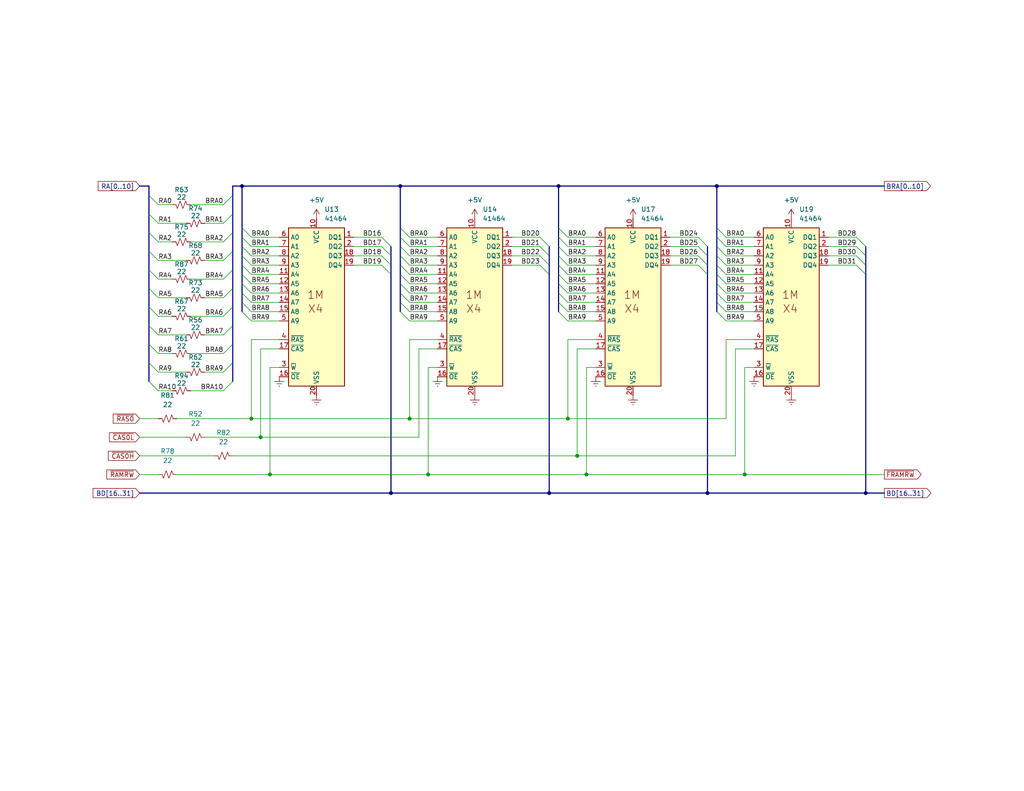
<source format=kicad_sch>
(kicad_sch (version 20250114) (generator "eeschema") (generator_version "9.0")
  (paper "USLetter")
  (title_block (title "Macintosh Classic II Revision B") (date "2025-05-31") (company "Apple Computer") (comment 1 "drawn by Bradley Bell"))
  (lib_symbols
    (symbol "Device:R_Small_US" (pin_numbers (hide yes)) (pin_names (offset 0.254) (hide yes))
      (property "Reference" "R" (at 0.762 0.508 0))
      (property "Value" "R_Small_US" (at 0.762 -1.016 0))
      (symbol "R_Small_US_1_1"
        (polyline (pts (xy 0 1.524) (xy 1.016 1.143) (xy 0 0.762) (xy -1.016 0.381) (xy 0 0)))
        (polyline (pts (xy 0 0) (xy 1.016 -0.381) (xy 0 -0.762) (xy -1.016 -1.143) (xy 0 -1.524)))
        (pin passive line (at 0 2.54 270) (length 1.016) (name "~") (number "1"))
        (pin passive line (at 0 -2.54 90) (length 1.016) (name "~") (number "2"))
      )
    )
    (symbol "MyRam:441000"
      (property "Reference" "U?" (at 1.27 26.924 0))
      (property "Value" "41464" (at 1.27 24.384 0))
      (symbol "441000_0_1"
        (rectangle (start -7.62 22.86) (end 7.62 -20.32) (stroke (width 0.254)) (fill (type background)))
      )
      (symbol "441000_1_0"
        (pin input line (at -10.16 -7.62 0) (length 2.54) (name "~{RAS}") (number "4"))
        (pin input line (at -10.16 -10.16 0) (length 2.54) (name "~{CAS}") (number "17"))
      )
      (symbol "441000_1_1"
        (text "1M" (at -0.254 5.842 0) (effects (font (size 2.1336 2.1336)) (justify top)))
        (text "X4" (at -0.254 2.032 0) (effects (font (size 2.1336 2.1336)) (justify top)))
        (pin input line (at -10.16 20.32 0) (length 2.54) (name "A0") (number "6"))
        (pin input line (at -10.16 17.78 0) (length 2.54) (name "A1") (number "7"))
        (pin input line (at -10.16 15.24 0) (length 2.54) (name "A2") (number "8"))
        (pin input line (at -10.16 12.7 0) (length 2.54) (name "A3") (number "9"))
        (pin input line (at -10.16 10.16 0) (length 2.54) (name "A4") (number "11"))
        (pin input line (at -10.16 7.62 0) (length 2.54) (name "A5") (number "12"))
        (pin input line (at -10.16 5.08 0) (length 2.54) (name "A6") (number "13"))
        (pin input line (at -10.16 2.54 0) (length 2.54) (name "A7") (number "14"))
        (pin input line (at -10.16 0 0) (length 2.54) (name "A8") (number "15"))
        (pin input line (at -10.16 -2.54 0) (length 2.54) (name "A9") (number "5"))
        (pin input line (at -10.16 -15.24 0) (length 2.54) (name "~{W}") (number "3"))
        (pin input line (at -10.16 -17.78 0) (length 2.54) (name "~{OE}") (number "16"))
        (pin power_in line (at 0 25.4 270) (length 2.54) (name "VCC") (number "10"))
        (pin power_in line (at 0 -22.86 90) (length 2.54) (name "VSS") (number "20"))
        (pin bidirectional line (at 10.16 20.32 180) (length 2.54) (name "DQ1") (number "1"))
        (pin bidirectional line (at 10.16 17.78 180) (length 2.54) (name "DQ2") (number "2"))
        (pin bidirectional line (at 10.16 15.24 180) (length 2.54) (name "DQ3") (number "18"))
        (pin bidirectional line (at 10.16 12.7 180) (length 2.54) (name "DQ4") (number "19"))
      )
    )
    (symbol "power:+5V" (power) (pin_numbers (hide yes)) (pin_names (offset 0) (hide yes))
      (property "Value" "+5V" (at 0 3.556 0))
      (symbol "+5V_0_1"
        (polyline (pts (xy -0.762 1.27) (xy 0 2.54)))
        (polyline (pts (xy 0 2.54) (xy 0.762 1.27)))
        (polyline (pts (xy 0 0) (xy 0 2.54)))
      )
      (symbol "+5V_1_1"
        (pin power_in line (at 0 0 90) (length 0) (name "~") (number "1"))
      )
    )
    (symbol "power:GNDREF" (power) (pin_numbers (hide yes)) (pin_names (offset 0) (hide yes))
      (property "Value" "GNDREF" (at 0 -3.81 0))
      (symbol "GNDREF_0_1"
        (polyline (pts (xy -0.635 -1.905) (xy 0.635 -1.905)))
        (polyline (pts (xy -0.127 -2.54) (xy 0.127 -2.54)))
        (polyline (pts (xy 0 -1.27) (xy 0 0)))
        (polyline (pts (xy 1.27 -1.27) (xy -1.27 -1.27)))
      )
      (symbol "GNDREF_1_1"
        (pin power_in line (at 0 0 270) (length 0) (name "~") (number "1"))
      )
    )
  )
  (junction (at 73.66 129.54))
  (junction (at 149.86 134.62))
  (junction (at 154.94 114.3))
  (junction (at 236.22 134.62))
  (junction (at 152.4 50.8))
  (junction (at 68.58 114.3))
  (junction (at 71.12 119.38))
  (junction (at 193.04 134.62))
  (junction (at 160.02 129.54))
  (junction (at 203.2 129.54))
  (junction (at 66.04 50.8))
  (junction (at 111.76 114.3))
  (junction (at 109.22 50.8))
  (junction (at 195.58 50.8))
  (junction (at 157.48 124.46))
  (junction (at 106.68 134.62))
  (junction (at 116.84 129.54))
  (bus_entry (at 104.14 72.39) (size 2.54 2.54))
  (bus_entry (at 195.58 64.77) (size 2.54 2.54))
  (bus_entry (at 109.22 82.55) (size 2.54 2.54))
  (bus_entry (at 233.68 72.39) (size 2.54 2.54))
  (bus_entry (at 109.22 80.01) (size 2.54 2.54))
  (bus_entry (at 109.22 64.77) (size 2.54 2.54))
  (bus_entry (at 40.64 93.98) (size 2.54 2.54))
  (bus_entry (at 66.04 85.09) (size 2.54 2.54))
  (bus_entry (at 40.64 104.14) (size 2.54 2.54))
  (bus_entry (at 40.64 78.74) (size 2.54 2.54))
  (bus_entry (at 60.96 76.2) (size 2.54 -2.54))
  (bus_entry (at 152.4 80.01) (size 2.54 2.54))
  (bus_entry (at 147.32 67.31) (size 2.54 2.54))
  (bus_entry (at 66.04 69.85) (size 2.54 2.54))
  (bus_entry (at 60.96 81.28) (size 2.54 -2.54))
  (bus_entry (at 60.96 86.36) (size 2.54 -2.54))
  (bus_entry (at 195.58 67.31) (size 2.54 2.54))
  (bus_entry (at 152.4 82.55) (size 2.54 2.54))
  (bus_entry (at 60.96 60.96) (size 2.54 -2.54))
  (bus_entry (at 66.04 77.47) (size 2.54 2.54))
  (bus_entry (at 40.64 73.66) (size 2.54 2.54))
  (bus_entry (at 152.4 74.93) (size 2.54 2.54))
  (bus_entry (at 40.64 83.82) (size 2.54 2.54))
  (bus_entry (at 66.04 74.93) (size 2.54 2.54))
  (bus_entry (at 60.96 55.88) (size 2.54 -2.54))
  (bus_entry (at 152.4 67.31) (size 2.54 2.54))
  (bus_entry (at 195.58 62.23) (size 2.54 2.54))
  (bus_entry (at 195.58 72.39) (size 2.54 2.54))
  (bus_entry (at 195.58 74.93) (size 2.54 2.54))
  (bus_entry (at 40.64 58.42) (size 2.54 2.54))
  (bus_entry (at 66.04 72.39) (size 2.54 2.54))
  (bus_entry (at 40.64 53.34) (size 2.54 2.54))
  (bus_entry (at 66.04 80.01) (size 2.54 2.54))
  (bus_entry (at 109.22 72.39) (size 2.54 2.54))
  (bus_entry (at 104.14 64.77) (size 2.54 2.54))
  (bus_entry (at 147.32 64.77) (size 2.54 2.54))
  (bus_entry (at 109.22 62.23) (size 2.54 2.54))
  (bus_entry (at 190.5 67.31) (size 2.54 2.54))
  (bus_entry (at 40.64 88.9) (size 2.54 2.54))
  (bus_entry (at 152.4 85.09) (size 2.54 2.54))
  (bus_entry (at 60.96 66.04) (size 2.54 -2.54))
  (bus_entry (at 195.58 77.47) (size 2.54 2.54))
  (bus_entry (at 147.32 72.39) (size 2.54 2.54))
  (bus_entry (at 109.22 67.31) (size 2.54 2.54))
  (bus_entry (at 152.4 77.47) (size 2.54 2.54))
  (bus_entry (at 109.22 85.09) (size 2.54 2.54))
  (bus_entry (at 147.32 69.85) (size 2.54 2.54))
  (bus_entry (at 233.68 67.31) (size 2.54 2.54))
  (bus_entry (at 233.68 64.77) (size 2.54 2.54))
  (bus_entry (at 195.58 80.01) (size 2.54 2.54))
  (bus_entry (at 40.64 63.5) (size 2.54 2.54))
  (bus_entry (at 60.96 101.6) (size 2.54 -2.54))
  (bus_entry (at 60.96 91.44) (size 2.54 -2.54))
  (bus_entry (at 195.58 85.09) (size 2.54 2.54))
  (bus_entry (at 60.96 96.52) (size 2.54 -2.54))
  (bus_entry (at 109.22 77.47) (size 2.54 2.54))
  (bus_entry (at 195.58 82.55) (size 2.54 2.54))
  (bus_entry (at 109.22 69.85) (size 2.54 2.54))
  (bus_entry (at 104.14 67.31) (size 2.54 2.54))
  (bus_entry (at 152.4 72.39) (size 2.54 2.54))
  (bus_entry (at 233.68 69.85) (size 2.54 2.54))
  (bus_entry (at 40.64 68.58) (size 2.54 2.54))
  (bus_entry (at 152.4 62.23) (size 2.54 2.54))
  (bus_entry (at 190.5 69.85) (size 2.54 2.54))
  (bus_entry (at 190.5 72.39) (size 2.54 2.54))
  (bus_entry (at 190.5 64.77) (size 2.54 2.54))
  (bus_entry (at 66.04 62.23) (size 2.54 2.54))
  (bus_entry (at 195.58 69.85) (size 2.54 2.54))
  (bus_entry (at 60.96 106.68) (size 2.54 -2.54))
  (bus_entry (at 66.04 67.31) (size 2.54 2.54))
  (bus_entry (at 104.14 69.85) (size 2.54 2.54))
  (bus_entry (at 152.4 64.77) (size 2.54 2.54))
  (bus_entry (at 66.04 82.55) (size 2.54 2.54))
  (bus_entry (at 60.96 71.12) (size 2.54 -2.54))
  (bus_entry (at 66.04 64.77) (size 2.54 2.54))
  (bus_entry (at 109.22 74.93) (size 2.54 2.54))
  (bus_entry (at 40.64 99.06) (size 2.54 2.54))
  (bus_entry (at 152.4 69.85) (size 2.54 2.54))
  (wire (pts (xy 162.56 92.71) (xy 154.94 92.71)))
  (bus (pts (xy 149.86 134.62) (xy 193.04 134.62)))
  (bus (pts (xy 66.04 82.55) (xy 66.04 80.01)))
  (wire (pts (xy 60.96 76.2) (xy 52.07 76.2)))
  (wire (pts (xy 198.12 69.85) (xy 205.74 69.85)))
  (bus (pts (xy 63.5 63.5) (xy 63.5 58.42)))
  (wire (pts (xy 203.2 100.33) (xy 205.74 100.33)))
  (bus (pts (xy 193.04 74.93) (xy 193.04 134.62)))
  (wire (pts (xy 104.14 67.31) (xy 96.52 67.31)))
  (wire (pts (xy 116.84 100.33) (xy 119.38 100.33)))
  (bus (pts (xy 66.04 72.39) (xy 66.04 69.85)))
  (bus (pts (xy 193.04 69.85) (xy 193.04 67.31)))
  (wire (pts (xy 68.58 64.77) (xy 76.2 64.77)))
  (wire (pts (xy 43.18 81.28) (xy 50.8 81.28)))
  (wire (pts (xy 111.76 114.3) (xy 154.94 114.3)))
  (bus (pts (xy 195.58 62.23) (xy 195.58 50.8)))
  (wire (pts (xy 200.66 124.46) (xy 157.48 124.46)))
  (bus (pts (xy 40.64 78.74) (xy 40.64 73.66)))
  (wire (pts (xy 104.14 69.85) (xy 96.52 69.85)))
  (wire (pts (xy 198.12 114.3) (xy 154.94 114.3)))
  (wire (pts (xy 203.2 100.33) (xy 203.2 129.54)))
  (wire (pts (xy 154.94 77.47) (xy 162.56 77.47)))
  (wire (pts (xy 43.18 55.88) (xy 46.99 55.88)))
  (bus (pts (xy 195.58 74.93) (xy 195.58 72.39)))
  (bus (pts (xy 152.4 82.55) (xy 152.4 80.01)))
  (wire (pts (xy 198.12 72.39) (xy 205.74 72.39)))
  (bus (pts (xy 152.4 50.8) (xy 195.58 50.8)))
  (wire (pts (xy 114.3 95.25) (xy 114.3 119.38)))
  (wire (pts (xy 198.12 64.77) (xy 205.74 64.77)))
  (bus (pts (xy 40.64 104.14) (xy 40.64 99.06)))
  (bus (pts (xy 40.64 63.5) (xy 40.64 58.42)))
  (bus (pts (xy 63.5 53.34) (xy 63.5 50.8)))
  (wire (pts (xy 111.76 92.71) (xy 111.76 114.3)))
  (wire (pts (xy 205.74 92.71) (xy 198.12 92.71)))
  (wire (pts (xy 198.12 92.71) (xy 198.12 114.3)))
  (bus (pts (xy 106.68 74.93) (xy 106.68 134.62)))
  (wire (pts (xy 111.76 69.85) (xy 119.38 69.85)))
  (bus (pts (xy 109.22 72.39) (xy 109.22 69.85)))
  (wire (pts (xy 154.94 64.77) (xy 162.56 64.77)))
  (bus (pts (xy 40.64 99.06) (xy 40.64 93.98)))
  (wire (pts (xy 38.1 114.3) (xy 43.18 114.3)))
  (bus (pts (xy 66.04 74.93) (xy 66.04 72.39)))
  (bus (pts (xy 40.64 68.58) (xy 40.64 63.5)))
  (bus (pts (xy 66.04 80.01) (xy 66.04 77.47)))
  (wire (pts (xy 203.2 129.54) (xy 241.3 129.54)))
  (wire (pts (xy 38.1 119.38) (xy 50.8 119.38)))
  (bus (pts (xy 63.5 78.74) (xy 63.5 73.66)))
  (bus (pts (xy 40.64 58.42) (xy 40.64 53.34)))
  (wire (pts (xy 154.94 67.31) (xy 162.56 67.31)))
  (bus (pts (xy 66.04 77.47) (xy 66.04 74.93)))
  (wire (pts (xy 68.58 82.55) (xy 76.2 82.55)))
  (wire (pts (xy 154.94 72.39) (xy 162.56 72.39)))
  (bus (pts (xy 63.5 50.8) (xy 66.04 50.8)))
  (bus (pts (xy 152.4 77.47) (xy 152.4 74.93)))
  (wire (pts (xy 43.18 60.96) (xy 50.8 60.96)))
  (bus (pts (xy 195.58 77.47) (xy 195.58 74.93)))
  (wire (pts (xy 190.5 69.85) (xy 182.88 69.85)))
  (bus (pts (xy 40.64 73.66) (xy 40.64 68.58)))
  (bus (pts (xy 66.04 67.31) (xy 66.04 64.77)))
  (wire (pts (xy 190.5 72.39) (xy 182.88 72.39)))
  (wire (pts (xy 43.18 91.44) (xy 50.8 91.44)))
  (wire (pts (xy 198.12 74.93) (xy 205.74 74.93)))
  (wire (pts (xy 116.84 129.54) (xy 160.02 129.54)))
  (wire (pts (xy 157.48 95.25) (xy 162.56 95.25)))
  (wire (pts (xy 60.96 81.28) (xy 55.88 81.28)))
  (wire (pts (xy 68.58 69.85) (xy 76.2 69.85)))
  (wire (pts (xy 111.76 92.71) (xy 119.38 92.71)))
  (wire (pts (xy 190.5 64.77) (xy 182.88 64.77)))
  (bus (pts (xy 63.5 68.58) (xy 63.5 63.5)))
  (wire (pts (xy 147.32 67.31) (xy 139.7 67.31)))
  (bus (pts (xy 109.22 82.55) (xy 109.22 80.01)))
  (wire (pts (xy 190.5 67.31) (xy 182.88 67.31)))
  (wire (pts (xy 116.84 100.33) (xy 116.84 129.54)))
  (wire (pts (xy 73.66 100.33) (xy 73.66 129.54)))
  (bus (pts (xy 109.22 77.47) (xy 109.22 74.93)))
  (wire (pts (xy 55.88 119.38) (xy 71.12 119.38)))
  (bus (pts (xy 38.1 134.62) (xy 106.68 134.62)))
  (bus (pts (xy 109.22 74.93) (xy 109.22 72.39)))
  (bus (pts (xy 106.68 74.93) (xy 106.68 72.39)))
  (wire (pts (xy 60.96 55.88) (xy 52.07 55.88)))
  (wire (pts (xy 154.94 92.71) (xy 154.94 114.3)))
  (wire (pts (xy 198.12 77.47) (xy 205.74 77.47)))
  (wire (pts (xy 60.96 60.96) (xy 55.88 60.96)))
  (wire (pts (xy 114.3 95.25) (xy 119.38 95.25)))
  (wire (pts (xy 43.18 86.36) (xy 46.99 86.36)))
  (wire (pts (xy 68.58 77.47) (xy 76.2 77.47)))
  (wire (pts (xy 68.58 80.01) (xy 76.2 80.01)))
  (wire (pts (xy 71.12 95.25) (xy 76.2 95.25)))
  (wire (pts (xy 198.12 87.63) (xy 205.74 87.63)))
  (bus (pts (xy 195.58 82.55) (xy 195.58 80.01)))
  (bus (pts (xy 195.58 50.8) (xy 241.3 50.8)))
  (wire (pts (xy 226.06 72.39) (xy 233.68 72.39)))
  (bus (pts (xy 152.4 67.31) (xy 152.4 64.77)))
  (wire (pts (xy 63.5 124.46) (xy 157.48 124.46)))
  (bus (pts (xy 66.04 64.77) (xy 66.04 62.23)))
  (bus (pts (xy 152.4 72.39) (xy 152.4 69.85)))
  (wire (pts (xy 111.76 80.01) (xy 119.38 80.01)))
  (wire (pts (xy 43.18 66.04) (xy 46.99 66.04)))
  (wire (pts (xy 73.66 129.54) (xy 116.84 129.54)))
  (bus (pts (xy 109.22 69.85) (xy 109.22 67.31)))
  (wire (pts (xy 198.12 67.31) (xy 205.74 67.31)))
  (bus (pts (xy 38.1 50.8) (xy 40.64 50.8)))
  (wire (pts (xy 38.1 129.54) (xy 43.18 129.54)))
  (bus (pts (xy 236.22 69.85) (xy 236.22 72.39)))
  (wire (pts (xy 60.96 96.52) (xy 52.07 96.52)))
  (bus (pts (xy 109.22 80.01) (xy 109.22 77.47)))
  (wire (pts (xy 160.02 100.33) (xy 160.02 129.54)))
  (bus (pts (xy 66.04 62.23) (xy 66.04 50.8)))
  (bus (pts (xy 63.5 88.9) (xy 63.5 83.82)))
  (bus (pts (xy 152.4 85.09) (xy 152.4 82.55)))
  (bus (pts (xy 109.22 67.31) (xy 109.22 64.77)))
  (wire (pts (xy 111.76 64.77) (xy 119.38 64.77)))
  (wire (pts (xy 68.58 67.31) (xy 76.2 67.31)))
  (bus (pts (xy 40.64 93.98) (xy 40.64 88.9)))
  (bus (pts (xy 149.86 72.39) (xy 149.86 69.85)))
  (wire (pts (xy 154.94 69.85) (xy 162.56 69.85)))
  (bus (pts (xy 149.86 74.93) (xy 149.86 134.62)))
  (wire (pts (xy 68.58 92.71) (xy 68.58 114.3)))
  (bus (pts (xy 149.86 69.85) (xy 149.86 67.31)))
  (wire (pts (xy 43.18 71.12) (xy 50.8 71.12)))
  (wire (pts (xy 111.76 67.31) (xy 119.38 67.31)))
  (bus (pts (xy 236.22 134.62) (xy 241.3 134.62)))
  (wire (pts (xy 68.58 72.39) (xy 76.2 72.39)))
  (wire (pts (xy 154.94 74.93) (xy 162.56 74.93)))
  (wire (pts (xy 111.76 82.55) (xy 119.38 82.55)))
  (wire (pts (xy 43.18 96.52) (xy 46.99 96.52)))
  (bus (pts (xy 195.58 67.31) (xy 195.58 64.77)))
  (wire (pts (xy 226.06 67.31) (xy 233.68 67.31)))
  (bus (pts (xy 152.4 62.23) (xy 152.4 50.8)))
  (bus (pts (xy 149.86 74.93) (xy 149.86 72.39)))
  (wire (pts (xy 154.94 85.09) (xy 162.56 85.09)))
  (wire (pts (xy 147.32 64.77) (xy 139.7 64.77)))
  (bus (pts (xy 152.4 80.01) (xy 152.4 77.47)))
  (wire (pts (xy 71.12 119.38) (xy 71.12 95.25)))
  (wire (pts (xy 200.66 95.25) (xy 200.66 124.46)))
  (wire (pts (xy 198.12 82.55) (xy 205.74 82.55)))
  (bus (pts (xy 63.5 104.14) (xy 63.5 99.06)))
  (wire (pts (xy 154.94 80.01) (xy 162.56 80.01)))
  (wire (pts (xy 60.96 106.68) (xy 52.07 106.68)))
  (wire (pts (xy 160.02 100.33) (xy 162.56 100.33)))
  (bus (pts (xy 193.04 74.93) (xy 193.04 72.39)))
  (wire (pts (xy 68.58 114.3) (xy 111.76 114.3)))
  (wire (pts (xy 157.48 95.25) (xy 157.48 124.46)))
  (bus (pts (xy 106.68 72.39) (xy 106.68 69.85)))
  (wire (pts (xy 111.76 85.09) (xy 119.38 85.09)))
  (wire (pts (xy 43.18 101.6) (xy 50.8 101.6)))
  (bus (pts (xy 236.22 74.93) (xy 236.22 134.62)))
  (bus (pts (xy 152.4 74.93) (xy 152.4 72.39)))
  (wire (pts (xy 111.76 77.47) (xy 119.38 77.47)))
  (bus (pts (xy 63.5 73.66) (xy 63.5 68.58)))
  (bus (pts (xy 109.22 85.09) (xy 109.22 82.55)))
  (bus (pts (xy 40.64 83.82) (xy 40.64 78.74)))
  (bus (pts (xy 195.58 85.09) (xy 195.58 82.55)))
  (wire (pts (xy 154.94 82.55) (xy 162.56 82.55)))
  (bus (pts (xy 236.22 69.85) (xy 236.22 67.31)))
  (bus (pts (xy 63.5 93.98) (xy 63.5 88.9)))
  (wire (pts (xy 147.32 72.39) (xy 139.7 72.39)))
  (bus (pts (xy 66.04 50.8) (xy 109.22 50.8)))
  (wire (pts (xy 60.96 66.04) (xy 52.07 66.04)))
  (wire (pts (xy 55.88 71.12) (xy 60.96 71.12)))
  (bus (pts (xy 109.22 50.8) (xy 152.4 50.8)))
  (wire (pts (xy 111.76 74.93) (xy 119.38 74.93)))
  (wire (pts (xy 43.18 106.68) (xy 46.99 106.68)))
  (wire (pts (xy 104.14 72.39) (xy 96.52 72.39)))
  (bus (pts (xy 66.04 69.85) (xy 66.04 67.31)))
  (wire (pts (xy 60.96 101.6) (xy 55.88 101.6)))
  (wire (pts (xy 226.06 69.85) (xy 233.68 69.85)))
  (wire (pts (xy 38.1 124.46) (xy 58.42 124.46)))
  (bus (pts (xy 152.4 69.85) (xy 152.4 67.31)))
  (wire (pts (xy 68.58 74.93) (xy 76.2 74.93)))
  (wire (pts (xy 114.3 119.38) (xy 71.12 119.38)))
  (bus (pts (xy 193.04 134.62) (xy 236.22 134.62)))
  (wire (pts (xy 200.66 95.25) (xy 205.74 95.25)))
  (wire (pts (xy 154.94 87.63) (xy 162.56 87.63)))
  (wire (pts (xy 226.06 64.77) (xy 233.68 64.77)))
  (wire (pts (xy 198.12 80.01) (xy 205.74 80.01)))
  (bus (pts (xy 236.22 72.39) (xy 236.22 74.93)))
  (bus (pts (xy 66.04 85.09) (xy 66.04 82.55)))
  (bus (pts (xy 40.64 53.34) (xy 40.64 50.8)))
  (bus (pts (xy 40.64 88.9) (xy 40.64 83.82)))
  (bus (pts (xy 195.58 80.01) (xy 195.58 77.47)))
  (wire (pts (xy 198.12 85.09) (xy 205.74 85.09)))
  (bus (pts (xy 195.58 64.77) (xy 195.58 62.23)))
  (bus (pts (xy 106.68 69.85) (xy 106.68 67.31)))
  (bus (pts (xy 106.68 134.62) (xy 149.86 134.62)))
  (wire (pts (xy 48.26 114.3) (xy 68.58 114.3)))
  (wire (pts (xy 68.58 92.71) (xy 76.2 92.71)))
  (wire (pts (xy 68.58 87.63) (xy 76.2 87.63)))
  (wire (pts (xy 104.14 64.77) (xy 96.52 64.77)))
  (bus (pts (xy 63.5 58.42) (xy 63.5 53.34)))
  (bus (pts (xy 63.5 99.06) (xy 63.5 93.98)))
  (wire (pts (xy 68.58 85.09) (xy 76.2 85.09)))
  (wire (pts (xy 147.32 69.85) (xy 139.7 69.85)))
  (wire (pts (xy 160.02 129.54) (xy 203.2 129.54)))
  (wire (pts (xy 111.76 72.39) (xy 119.38 72.39)))
  (wire (pts (xy 43.18 76.2) (xy 46.99 76.2)))
  (bus (pts (xy 193.04 72.39) (xy 193.04 69.85)))
  (bus (pts (xy 152.4 64.77) (xy 152.4 62.23)))
  (bus (pts (xy 63.5 83.82) (xy 63.5 78.74)))
  (bus (pts (xy 109.22 64.77) (xy 109.22 62.23)))
  (bus (pts (xy 195.58 69.85) (xy 195.58 67.31)))
  (wire (pts (xy 60.96 86.36) (xy 52.07 86.36)))
  (wire (pts (xy 48.26 129.54) (xy 73.66 129.54)))
  (bus (pts (xy 195.58 72.39) (xy 195.58 69.85)))
  (wire (pts (xy 73.66 100.33) (xy 76.2 100.33)))
  (wire (pts (xy 55.88 91.44) (xy 60.96 91.44)))
  (wire (pts (xy 111.76 87.63) (xy 119.38 87.63)))
  (bus (pts (xy 109.22 62.23) (xy 109.22 50.8)))
  (label "BRA5" (at 154.94 77.47 0))
  (label "RA9" (at 43.18 101.6 0))
  (label "BRA3" (at 198.12 72.39 0))
  (label "BRA7" (at 68.58 82.55 0))
  (label "BRA7" (at 60.96 91.44 180))
  (label "BRA5" (at 111.76 77.47 0))
  (label "BD16" (at 104.14 64.77 180))
  (label "RA2" (at 43.18 66.04 0))
  (label "BRA2" (at 198.12 69.85 0))
  (label "BD30" (at 233.68 69.85 180))
  (label "RA6" (at 43.18 86.36 0))
  (label "BRA8" (at 198.12 85.09 0))
  (label "BRA8" (at 111.76 85.09 0))
  (label "BRA1" (at 68.58 67.31 0))
  (label "BRA6" (at 60.96 86.36 180))
  (label "BRA3" (at 68.58 72.39 0))
  (label "BRA6" (at 68.58 80.01 0))
  (label "BRA9" (at 154.94 87.63 0))
  (label "BRA4" (at 111.76 74.93 0))
  (label "BRA3" (at 111.76 72.39 0))
  (label "BRA7" (at 198.12 82.55 0))
  (label "BD21" (at 147.32 67.31 180))
  (label "BRA10" (at 60.96 106.68 180))
  (label "BRA7" (at 111.76 82.55 0))
  (label "BD28" (at 233.68 64.77 180))
  (label "BRA0" (at 198.12 64.77 0))
  (label "BD27" (at 190.5 72.39 180))
  (label "RA7" (at 43.18 91.44 0))
  (label "BRA1" (at 111.76 67.31 0))
  (label "BRA6" (at 111.76 80.01 0))
  (label "BD18" (at 104.14 69.85 180))
  (label "BRA0" (at 68.58 64.77 0))
  (label "BD20" (at 147.32 64.77 180))
  (label "RA3" (at 43.18 71.12 0))
  (label "BRA5" (at 60.96 81.28 180))
  (label "BRA0" (at 60.96 55.88 180))
  (label "BRA4" (at 198.12 74.93 0))
  (label "BRA9" (at 68.58 87.63 0))
  (label "BD24" (at 190.5 64.77 180))
  (label "BRA3" (at 60.96 71.12 180))
  (label "BRA2" (at 68.58 69.85 0))
  (label "BRA7" (at 154.94 82.55 0))
  (label "BD25" (at 190.5 67.31 180))
  (label "BD23" (at 147.32 72.39 180))
  (label "BD26" (at 190.5 69.85 180))
  (label "BRA4" (at 154.94 74.93 0))
  (label "BRA6" (at 154.94 80.01 0))
  (label "BD29" (at 233.68 67.31 180))
  (label "BRA4" (at 68.58 74.93 0))
  (label "BRA2" (at 154.94 69.85 0))
  (label "BRA5" (at 68.58 77.47 0))
  (label "BRA9" (at 60.96 101.6 180))
  (label "BRA2" (at 111.76 69.85 0))
  (label "BRA3" (at 154.94 72.39 0))
  (label "BD31" (at 233.68 72.39 180))
  (label "BRA8" (at 154.94 85.09 0))
  (label "RA4" (at 43.18 76.2 0))
  (label "BD17" (at 104.14 67.31 180))
  (label "BRA8" (at 60.96 96.52 180))
  (label "BRA1" (at 154.94 67.31 0))
  (label "BRA8" (at 68.58 85.09 0))
  (label "RA10" (at 43.18 106.68 0))
  (label "BD19" (at 104.14 72.39 180))
  (label "BRA4" (at 60.96 76.2 180))
  (label "RA1" (at 43.18 60.96 0))
  (label "RA0" (at 43.18 55.88 0))
  (label "BRA5" (at 198.12 77.47 0))
  (label "BRA9" (at 111.76 87.63 0))
  (label "BRA1" (at 60.96 60.96 180))
  (label "BRA9" (at 198.12 87.63 0))
  (label "BRA2" (at 60.96 66.04 180))
  (label "BD22" (at 147.32 69.85 180))
  (label "BRA0" (at 111.76 64.77 0))
  (label "BRA0" (at 154.94 64.77 0))
  (label "BRA1" (at 198.12 67.31 0))
  (label "BRA6" (at 198.12 80.01 0))
  (label "RA5" (at 43.18 81.28 0))
  (label "RA8" (at 43.18 96.52 0))
  (global_label "~{CAS0H}" (shape input) (at 38.1 124.46 180) (property "Intersheetrefs" "${INTERSHEET_REFS}" (at 29.0067 124.46 0) (effects (justify right))))
  (global_label "~{RAS0}" (shape input) (at 38.1 114.3 180) (property "Intersheetrefs" "${INTERSHEET_REFS}" (at 30.3372 114.3 0) (effects (justify right))))
  (global_label "BD[16..31]" (shape output) (at 241.3 134.62 0) (property "Intersheetrefs" "${INTERSHEET_REFS}" (at 254.5662 134.62 0) (effects (justify left))))
  (global_label "~{FRAMRW}" (shape output) (at 241.3 129.54 0) (property "Intersheetrefs" "${INTERSHEET_REFS}" (at 251.9052 129.54 0) (effects (justify left))))
  (global_label "RA[0..10]" (shape input) (at 38.1 50.8 180) (property "Intersheetrefs" "${INTERSHEET_REFS}" (at 26.2247 50.8 0) (effects (justify right))))
  (global_label "~{RAMRW}" (shape input) (at 38.1 129.54 180) (property "Intersheetrefs" "${INTERSHEET_REFS}" (at 28.5834 129.54 0) (effects (justify right))))
  (global_label "BD[16..31]" (shape input) (at 38.1 134.62 180) (property "Intersheetrefs" "${INTERSHEET_REFS}" (at 24.8338 134.62 0) (effects (justify right))))
  (global_label "~{CAS0L}" (shape input) (at 38.1 119.38 180) (property "Intersheetrefs" "${INTERSHEET_REFS}" (at 29.3091 119.38 0) (effects (justify right))))
  (global_label "BRA[0..10]" (shape output) (at 241.3 50.8 0) (property "Intersheetrefs" "${INTERSHEET_REFS}" (at 253.1753 50.8 0) (effects (justify left))))
  (symbol (lib_id "Device:R_Small_US") (at 45.72 114.3 270) (mirror x) (unit 1)
    (property "Reference" "R81" (at 45.72 107.95 90))
    (property "Value" "22" (at 45.72 110.49 90))
    (property "Footprint" "MyPackage:SMD_0805_2012Metric_Pad1.25x1.65mm" (effects (hide yes)))
    (property "Description" "Resistor, small US symbol" (effects (hide yes)))
  )
  (symbol (lib_id "Device:R_Small_US") (at 53.34 119.38 90) (mirror x) (unit 1)
    (property "Reference" "R52" (at 53.34 113.03 90))
    (property "Value" "22" (at 53.34 115.57 90))
    (property "Footprint" "MyPackage:SMD_0805_2012Metric_Pad1.25x1.65mm" (effects (hide yes)))
    (property "Description" "Resistor, small US symbol" (effects (hide yes)))
  )
  (symbol (lib_id "MyRam:441000") (at 86.36 85.09 0) (unit 1)
    (property "Reference" "U13" (at 88.5033 57.15 0) (effects (justify left)))
    (property "Value" "41464" (at 88.5033 59.69 0) (effects (justify left)))
    (property "Footprint" "MyPackage:SOJ-20_7.62x17.145mm_P1.27mm" (effects (hide yes)))
    (property "Description" "256k x 4 bit Dynamic RAM" (effects (hide yes)))
  )
  (symbol (lib_id "MyRam:441000") (at 215.9 85.09 0) (unit 1)
    (property "Reference" "U19" (at 218.0433 57.15 0) (effects (justify left)))
    (property "Value" "41464" (at 218.0433 59.69 0) (effects (justify left)))
    (property "Footprint" "MyPackage:SOJ-20_7.62x17.145mm_P1.27mm" (effects (hide yes)))
    (property "Description" "256k x 4 bit Dynamic RAM" (effects (hide yes)))
  )
  (symbol (lib_id "power:GNDREF") (at 172.72 107.95 0) (unit 1)
    (property "Reference" "#PWR0184" (effects (hide yes)))
    (property "Value" "GND" (effects (hide yes)))
    (property "Description" "Power symbol creates a global label with name \"GNDREF\" , reference supply ground" (effects (hide yes)))
  )
  (symbol (lib_id "Device:R_Small_US") (at 49.53 55.88 270) (mirror x) (unit 1)
    (property "Reference" "R63" (at 49.53 51.816 90))
    (property "Value" "22" (at 49.53 53.848 90))
    (property "Footprint" "MyPackage:SMD_0805_2012Metric_Pad1.25x1.65mm" (effects (hide yes)))
    (property "Description" "Resistor, small US symbol" (effects (hide yes)))
  )
  (symbol (lib_id "Device:R_Small_US") (at 49.53 86.36 90) (mirror x) (unit 1)
    (property "Reference" "R67" (at 49.53 82.296 90))
    (property "Value" "22" (at 49.53 84.328 90))
    (property "Footprint" "MyPackage:SMD_0805_2012Metric_Pad1.25x1.65mm" (effects (hide yes)))
    (property "Description" "Resistor, small US symbol" (effects (hide yes)))
  )
  (symbol (lib_id "Device:R_Small_US") (at 45.72 129.54 270) (mirror x) (unit 1)
    (property "Reference" "R78" (at 45.72 123.19 90))
    (property "Value" "22" (at 45.72 125.73 90))
    (property "Footprint" "MyPackage:SMD_0805_2012Metric_Pad1.25x1.65mm" (effects (hide yes)))
    (property "Description" "Resistor, small US symbol" (effects (hide yes)))
  )
  (symbol (lib_id "Device:R_Small_US") (at 49.53 76.2 270) (mirror x) (unit 1)
    (property "Reference" "R87" (at 49.53 72.136 90))
    (property "Value" "22" (at 49.53 74.168 90))
    (property "Footprint" "MyPackage:SMD_0805_2012Metric_Pad1.25x1.65mm" (effects (hide yes)))
    (property "Description" "Resistor, small US symbol" (effects (hide yes)))
  )
  (symbol (lib_id "Device:R_Small_US") (at 53.34 60.96 270) (mirror x) (unit 1)
    (property "Reference" "R74" (at 53.34 56.896 90))
    (property "Value" "22" (at 53.34 58.928 90))
    (property "Footprint" "MyPackage:SMD_0805_2012Metric_Pad1.25x1.65mm" (effects (hide yes)))
    (property "Description" "Resistor, small US symbol" (effects (hide yes)))
  )
  (symbol (lib_id "power:+5V") (at 215.9 59.69 0) (unit 1)
    (property "Reference" "#PWR0186" (effects (hide yes)))
    (property "Value" "+5V" (at 215.9 54.61 0))
    (property "Description" "Power symbol creates a global label with name \"+5V\"" (effects (hide yes)))
  )
  (symbol (lib_id "Device:R_Small_US") (at 53.34 91.44 90) (mirror x) (unit 1)
    (property "Reference" "R56" (at 53.34 87.376 90))
    (property "Value" "22" (at 53.34 89.408 90))
    (property "Footprint" "MyPackage:SMD_0805_2012Metric_Pad1.25x1.65mm" (effects (hide yes)))
    (property "Description" "Resistor, small US symbol" (effects (hide yes)))
  )
  (symbol (lib_id "MyRam:441000") (at 129.54 85.09 0) (unit 1)
    (property "Reference" "U14" (at 131.6833 57.15 0) (effects (justify left)))
    (property "Value" "41464" (at 131.6833 59.69 0) (effects (justify left)))
    (property "Footprint" "MyPackage:SOJ-20_7.62x17.145mm_P1.27mm" (effects (hide yes)))
    (property "Description" "256k x 4 bit Dynamic RAM" (effects (hide yes)))
  )
  (symbol (lib_id "power:GNDREF") (at 129.54 107.95 0) (unit 1)
    (property "Reference" "#PWR0167" (effects (hide yes)))
    (property "Value" "GND" (effects (hide yes)))
    (property "Description" "Power symbol creates a global label with name \"GNDREF\" , reference supply ground" (effects (hide yes)))
  )
  (symbol (lib_id "power:GNDREF") (at 86.36 107.95 0) (unit 1)
    (property "Reference" "#PWR0164" (effects (hide yes)))
    (property "Value" "GND" (effects (hide yes)))
    (property "Description" "Power symbol creates a global label with name \"GNDREF\" , reference supply ground" (effects (hide yes)))
  )
  (symbol (lib_id "power:+5V") (at 129.54 59.69 0) (unit 1)
    (property "Reference" "#PWR0166" (effects (hide yes)))
    (property "Value" "+5V" (at 129.54 54.61 0))
    (property "Description" "Power symbol creates a global label with name \"+5V\"" (effects (hide yes)))
  )
  (symbol (lib_id "MyRam:441000") (at 172.72 85.09 0) (unit 1)
    (property "Reference" "U17" (at 174.8633 57.15 0) (effects (justify left)))
    (property "Value" "41464" (at 174.8633 59.69 0) (effects (justify left)))
    (property "Footprint" "MyPackage:SOJ-20_7.62x17.145mm_P1.27mm" (effects (hide yes)))
    (property "Description" "256k x 4 bit Dynamic RAM" (effects (hide yes)))
  )
  (symbol (lib_id "Device:R_Small_US") (at 60.96 124.46 90) (mirror x) (unit 1)
    (property "Reference" "R82" (at 60.96 118.11 90))
    (property "Value" "22" (at 60.96 120.65 90))
    (property "Footprint" "MyPackage:SMD_0805_2012Metric_Pad1.25x1.65mm" (effects (hide yes)))
    (property "Description" "Resistor, small US symbol" (effects (hide yes)))
  )
  (symbol (lib_id "Device:R_Small_US") (at 49.53 66.04 270) (mirror x) (unit 1)
    (property "Reference" "R75" (at 49.53 61.976 90))
    (property "Value" "22" (at 49.53 64.008 90))
    (property "Footprint" "MyPackage:SMD_0805_2012Metric_Pad1.25x1.65mm" (effects (hide yes)))
    (property "Description" "Resistor, small US symbol" (effects (hide yes)))
  )
  (symbol (lib_id "Device:R_Small_US") (at 53.34 81.28 90) (mirror x) (unit 1)
    (property "Reference" "R73" (at 53.34 77.216 90))
    (property "Value" "22" (at 53.34 79.248 90))
    (property "Footprint" "MyPackage:SMD_0805_2012Metric_Pad1.25x1.65mm" (effects (hide yes)))
    (property "Description" "Resistor, small US symbol" (effects (hide yes)))
  )
  (symbol (lib_id "power:GNDREF") (at 205.74 102.87 0) (unit 1)
    (property "Reference" "#PWR0185" (effects (hide yes)))
    (property "Value" "GND" (effects (hide yes)))
    (property "Description" "Power symbol creates a global label with name \"GNDREF\" , reference supply ground" (effects (hide yes)))
  )
  (symbol (lib_id "power:+5V") (at 86.36 59.69 0) (unit 1)
    (property "Reference" "#PWR0163" (effects (hide yes)))
    (property "Value" "+5V" (at 86.36 54.61 0))
    (property "Description" "Power symbol creates a global label with name \"+5V\"" (effects (hide yes)))
  )
  (symbol (lib_id "power:GNDREF") (at 119.38 102.87 0) (unit 1)
    (property "Reference" "#PWR0165" (effects (hide yes)))
    (property "Value" "GND" (effects (hide yes)))
    (property "Description" "Power symbol creates a global label with name \"GNDREF\" , reference supply ground" (effects (hide yes)))
  )
  (symbol (lib_id "power:+5V") (at 172.72 59.69 0) (unit 1)
    (property "Reference" "#PWR0169" (effects (hide yes)))
    (property "Value" "+5V" (at 172.72 54.61 0))
    (property "Description" "Power symbol creates a global label with name \"+5V\"" (effects (hide yes)))
  )
  (symbol (lib_id "power:GNDREF") (at 76.2 102.87 0) (unit 1)
    (property "Reference" "#PWR0162" (effects (hide yes)))
    (property "Value" "GND" (effects (hide yes)))
    (property "Description" "Power symbol creates a global label with name \"GNDREF\" , reference supply ground" (effects (hide yes)))
  )
  (symbol (lib_id "Device:R_Small_US") (at 53.34 71.12 270) (mirror x) (unit 1)
    (property "Reference" "R68" (at 53.34 67.056 90))
    (property "Value" "22" (at 53.34 69.088 90))
    (property "Footprint" "MyPackage:SMD_0805_2012Metric_Pad1.25x1.65mm" (effects (hide yes)))
    (property "Description" "Resistor, small US symbol" (effects (hide yes)))
  )
  (symbol (lib_id "Device:R_Small_US") (at 53.34 101.6 90) (mirror x) (unit 1)
    (property "Reference" "R62" (at 53.34 97.536 90))
    (property "Value" "22" (at 53.34 99.568 90))
    (property "Footprint" "MyPackage:SMD_0805_2012Metric_Pad1.25x1.65mm" (effects (hide yes)))
    (property "Description" "Resistor, small US symbol" (effects (hide yes)))
  )
  (symbol (lib_id "power:GNDREF") (at 162.56 102.87 0) (unit 1)
    (property "Reference" "#PWR0168" (effects (hide yes)))
    (property "Value" "GND" (effects (hide yes)))
    (property "Description" "Power symbol creates a global label with name \"GNDREF\" , reference supply ground" (effects (hide yes)))
  )
  (symbol (lib_id "Device:R_Small_US") (at 49.53 106.68 90) (mirror x) (unit 1)
    (property "Reference" "R94" (at 49.53 102.616 90))
    (property "Value" "22" (at 49.53 104.648 90))
    (property "Footprint" "MyPackage:SMD_0805_2012Metric_Pad1.25x1.65mm" (effects (hide yes)))
    (property "Description" "Resistor, small US symbol" (effects (hide yes)))
  )
  (symbol (lib_id "Device:R_Small_US") (at 49.53 96.52 90) (mirror x) (unit 1)
    (property "Reference" "R61" (at 49.53 92.456 90))
    (property "Value" "22" (at 49.53 94.488 90))
    (property "Footprint" "MyPackage:SMD_0805_2012Metric_Pad1.25x1.65mm" (effects (hide yes)))
    (property "Description" "Resistor, small US symbol" (effects (hide yes)))
  )
  (symbol (lib_id "power:GNDREF") (at 215.9 107.95 0) (unit 1)
    (property "Reference" "#PWR0187" (effects (hide yes)))
    (property "Value" "GND" (effects (hide yes)))
    (property "Description" "Power symbol creates a global label with name \"GNDREF\" , reference supply ground" (effects (hide yes)))
  )
)
</source>
